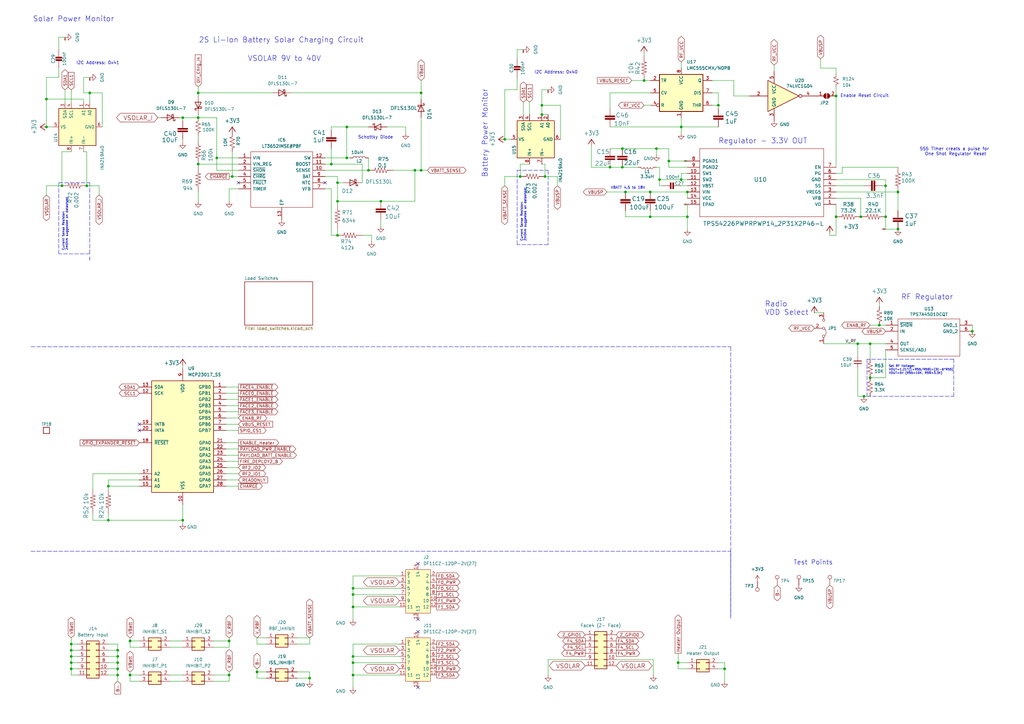
<source format=kicad_sch>
(kicad_sch (version 20250114) (generator "eeschema") (generator_version "9.0")
  (paper "A3")
  (text "I2C Address: 0x41" (at 40.132 25.908 0) (effects (font (size 1.27 1.27))))
  (text "Regulator - 3.3V OUT" (at 294.64 59.182 0) (effects (font (size 2.159 2.159)) (justify left bottom)))
  (text "I2C Address: 0x40" (at 228.092 29.718 0) (effects (font (size 1.27 1.27))))
  (text "555 Timer creats a pulse for \nOne Shot Regulator Reset" (at 391.922 62.23 0) (effects (font (size 1.27 1.27))))
  (text "Solar Power Monitor" (at 13.462 9.144 0) (effects (font (size 2.159 2.159)) (justify left bottom)))
  (text "Radio\nVDD Select" (at 313.69 129.54 0) (effects (font (size 2.159 2.159)) (justify left bottom)))
  (text "Current Sense Resistor:\n2mOhm suggested on datasheet\n" (at 215.9 99.06 90) (effects (font (size 0.889 0.889)) (justify left bottom)))
  (text "Set RF Voltage:\nVOUT=1.21*(1+R55/R59)+(3E-6*R55)\nVOUT=5V (R55=10K, R59=3.3K)\n" (at 364.49 153.67 0) (effects (font (size 0.889 0.889)) (justify left bottom)))
  (text "Battery Power Monitor" (at 200.152 72.898 90) (effects (font (size 2.159 2.159)) (justify left bottom)))
  (text "VBATT 4.5 to 18V" (at 250.444 77.724 0) (effects (font (size 1.0668 1.0668)) (justify left bottom)))
  (text "VSOLAR 9V to 40V" (at 101.6 25.4 0) (effects (font (size 2.159 2.159)) (justify left bottom)))
  (text "RF Regulator" (at 369.57 123.19 0) (effects (font (size 2.159 2.159)) (justify left bottom)))
  (text "Enable Reset Circuit" (at 354.584 39.37 0) (effects (font (size 1.27 1.27))))
  (text "2S Li-Ion Battery Solar Charging Circuit" (at 81.534 17.78 0) (effects (font (size 2.159 2.159)) (justify left bottom)))
  (text "Schottky Diode\n" (at 161.29 57.15 0) (effects (font (size 1.27 1.27)) (justify right bottom)))
  (text "Test Points" (at 325.374 231.902 0) (effects (font (size 1.905 1.905)) (justify left bottom)))
  (text "Current Sense Resistor:\n2mOhm suggested on datasheet\n" (at 27.94 102.87 90) (effects (font (size 0.889 0.889)) (justify left bottom)))
  (junction (at 29.21 271.78))
  (junction (at 93.98 276.86))
  (junction (at 279.4 52.07))
  (junction (at 48.26 276.86))
  (junction (at 35.56 76.2))
  (junction (at 29.21 264.16))
  (junction (at 256.54 78.74))
  (junction (at 351.79 140.97))
  (junction (at 81.28 67.31))
  (junction (at 398.78 135.89))
  (junction (at 279.4 73.66))
  (junction (at 44.45 213.36))
  (junction (at 127 278.13))
  (junction (at 25.4 76.2))
  (junction (at 142.24 64.77))
  (junction (at 144.78 276.86))
  (junction (at 250.19 68.58))
  (junction (at 356.87 140.97))
  (junction (at 353.06 88.9))
  (junction (at 53.34 276.86))
  (junction (at 281.94 78.74))
  (junction (at 142.24 52.07))
  (junction (at 222.25 46.99))
  (junction (at 360.68 133.35))
  (junction (at 135.89 67.31))
  (junction (at 156.21 82.55))
  (junction (at 223.52 72.39))
  (junction (at 93.98 262.89))
  (junction (at 342.9 88.9))
  (junction (at 170.18 69.85))
  (junction (at 368.3 78.74))
  (junction (at 48.26 274.32))
  (junction (at 74.93 48.26))
  (junction (at 95.25 72.39))
  (junction (at 29.21 269.24))
  (junction (at 363.22 88.9))
  (junction (at 342.9 39.37))
  (junction (at 19.05 40.64))
  (junction (at 36.83 38.1))
  (junction (at 138.43 96.52))
  (junction (at 264.16 33.02))
  (junction (at 222.25 43.18))
  (junction (at 255.27 68.58))
  (junction (at 172.72 69.85))
  (junction (at 144.78 269.24))
  (junction (at 88.9 64.77))
  (junction (at 144.78 271.78))
  (junction (at 363.22 76.2))
  (junction (at 29.21 274.32))
  (junction (at 297.18 274.32))
  (junction (at 144.78 241.3))
  (junction (at 53.34 262.89))
  (junction (at 48.26 266.7))
  (junction (at 138.43 74.93))
  (junction (at 255.27 60.96))
  (junction (at 294.64 43.18))
  (junction (at 270.51 73.66))
  (junction (at 266.7 78.74))
  (junction (at 278.13 271.78))
  (junction (at 44.45 199.39))
  (junction (at 266.7 88.9))
  (junction (at 81.28 48.26))
  (junction (at 274.32 66.04))
  (junction (at 354.33 162.56))
  (junction (at 207.01 57.15))
  (junction (at 144.78 243.84))
  (junction (at 368.3 93.98))
  (junction (at 172.72 38.1))
  (junction (at 356.87 154.94))
  (junction (at 29.21 266.7))
  (junction (at 48.26 271.78))
  (junction (at 281.94 88.9))
  (junction (at 213.36 72.39))
  (junction (at 74.93 213.36))
  (junction (at 81.28 38.1))
  (junction (at 105.41 275.59))
  (junction (at 269.24 60.96))
  (junction (at 19.05 52.07))
  (junction (at 144.78 248.92))
  (junction (at 151.13 69.85))
  (junction (at 138.43 82.55))
  (junction (at 48.26 269.24))
  (no_connect (at 171.45 254))
  (no_connect (at 57.15 176.53))
  (no_connect (at 133.35 74.93))
  (no_connect (at 171.45 281.94))
  (no_connect (at 171.45 231.14))
  (no_connect (at 97.79 74.93))
  (no_connect (at 171.45 259.08))
  (no_connect (at 57.15 173.99))
  (wire (pts (xy 255.27 68.58) (xy 261.62 68.58)))
  (wire (pts (xy 38.1 210.82) (xy 38.1 213.36)))
  (wire (pts (xy 278.13 271.78) (xy 278.13 274.32)))
  (wire (pts (xy 351.79 162.56) (xy 354.33 162.56)))
  (wire (pts (xy 66.04 48.26) (xy 64.77 48.26)))
  (wire (pts (xy 105.41 261.62) (xy 105.41 264.16)))
  (wire (pts (xy 35.56 76.2) (xy 35.56 62.23)))
  (wire (pts (xy 93.98 265.43) (xy 93.98 262.89)))
  (wire (pts (xy 48.26 269.24) (xy 48.26 271.78)))
  (wire (pts (xy 105.41 264.16) (xy 109.22 264.16)))
  (wire (pts (xy 19.05 52.07) (xy 21.59 52.07)))
  (wire (pts (xy 29.21 269.24) (xy 29.21 271.78)))
  (wire (pts (xy 279.4 25.4) (xy 279.4 27.94)))
  (wire (pts (xy 256.54 78.74) (xy 248.92 78.74)))
  (wire (pts (xy 223.52 67.31) (xy 222.25 67.31)))
  (wire (pts (xy 34.29 38.1) (xy 34.29 31.75)))
  (wire (pts (xy 279.4 52.07) (xy 279.4 48.26)))
  (wire (pts (xy 259.08 33.02) (xy 264.16 33.02)))
  (wire (pts (xy 29.21 271.78) (xy 31.75 271.78)))
  (wire (pts (xy 363.22 76.2) (xy 363.22 88.9)))
  (wire (pts (xy 29.21 266.7) (xy 29.21 269.24)))
  (wire (pts (xy 40.64 80.01) (xy 40.64 76.2)))
  (wire (pts (xy 274.32 66.04) (xy 274.32 68.58)))
  (wire (pts (xy 81.28 67.31) (xy 97.79 67.31)))
  (wire (pts (xy 105.41 278.13) (xy 109.22 278.13)))
  (wire (pts (xy 38.1 194.31) (xy 57.15 194.31)))
  (wire (pts (xy 170.18 69.85) (xy 161.29 69.85)))
  (wire (pts (xy 69.85 279.4) (xy 74.93 279.4)))
  (wire (pts (xy 138.43 96.52) (xy 135.89 96.52)))
  (wire (pts (xy 353.06 81.28) (xy 353.06 88.9)))
  (wire (pts (xy 25.4 76.2) (xy 19.05 76.2)))
  (wire (pts (xy 41.91 38.1) (xy 36.83 38.1)))
  (wire (pts (xy 44.45 264.16) (xy 48.26 264.16)))
  (wire (pts (xy 135.89 52.07) (xy 135.89 53.34)))
  (polyline (pts (xy 36.83 105.41) (xy 36.83 106.68)))
  (wire (pts (xy 250.19 52.07) (xy 279.4 52.07)))
  (wire (pts (xy 53.34 262.89) (xy 53.34 265.43)))
  (wire (pts (xy 351.79 146.05) (xy 351.79 140.97)))
  (wire (pts (xy 142.24 64.77) (xy 143.51 64.77)))
  (wire (pts (xy 292.1 38.1) (xy 294.64 38.1)))
  (wire (pts (xy 121.92 278.13) (xy 127 278.13)))
  (wire (pts (xy 212.09 20.32) (xy 212.09 24.13)))
  (wire (pts (xy 250.19 38.1) (xy 266.7 38.1)))
  (wire (pts (xy 105.41 274.32) (xy 105.41 275.59)))
  (wire (pts (xy 172.72 48.26) (xy 172.72 69.85)))
  (polyline (pts (xy 24.13 74.93) (xy 36.83 74.93)) (stroke (width 0) (type dash)))
  (wire (pts (xy 44.45 269.24) (xy 48.26 269.24)))
  (wire (pts (xy 95.25 62.23) (xy 95.25 72.39)))
  (wire (pts (xy 81.28 38.1) (xy 81.28 39.37)))
  (wire (pts (xy 92.71 176.53) (xy 97.79 176.53)))
  (wire (pts (xy 363.22 154.94) (xy 363.22 143.51)))
  (wire (pts (xy 368.3 68.58) (xy 345.44 68.58)))
  (wire (pts (xy 44.45 210.82) (xy 44.45 213.36)))
  (wire (pts (xy 74.93 48.26) (xy 81.28 48.26)))
  (wire (pts (xy 92.71 199.39) (xy 97.79 199.39)))
  (wire (pts (xy 281.94 81.28) (xy 281.94 78.74)))
  (wire (pts (xy 48.26 264.16) (xy 48.26 266.7)))
  (wire (pts (xy 223.52 72.39) (xy 228.6 72.39)))
  (wire (pts (xy 26.67 15.24) (xy 24.13 15.24)))
  (wire (pts (xy 270.51 73.66) (xy 279.4 73.66)))
  (wire (pts (xy 36.83 38.1) (xy 34.29 38.1)))
  (wire (pts (xy 156.21 82.55) (xy 170.18 82.55)))
  (wire (pts (xy 207.01 57.15) (xy 209.55 57.15)))
  (wire (pts (xy 74.93 57.15) (xy 74.93 58.42)))
  (wire (pts (xy 88.9 69.85) (xy 97.79 69.85)))
  (wire (pts (xy 156.21 90.17) (xy 156.21 92.71)))
  (wire (pts (xy 337.82 140.97) (xy 351.79 140.97)))
  (wire (pts (xy 144.78 243.84) (xy 144.78 248.92)))
  (wire (pts (xy 48.26 276.86) (xy 48.26 279.4)))
  (wire (pts (xy 222.25 46.99) (xy 224.79 46.99)))
  (wire (pts (xy 74.93 214.63) (xy 74.93 213.36)))
  (wire (pts (xy 217.17 46.99) (xy 217.17 41.91)))
  (wire (pts (xy 144.78 276.86) (xy 163.83 276.86)))
  (wire (pts (xy 53.34 275.59) (xy 53.34 276.86)))
  (wire (pts (xy 93.98 72.39) (xy 95.25 72.39)))
  (polyline (pts (xy 391.16 162.56) (xy 391.16 147.32)) (stroke (width 0) (type dash)))
  (wire (pts (xy 148.59 67.31) (xy 148.59 74.93)))
  (wire (pts (xy 93.98 275.59) (xy 93.98 276.86)))
  (wire (pts (xy 138.43 82.55) (xy 138.43 83.82)))
  (wire (pts (xy 363.22 73.66) (xy 363.22 76.2)))
  (polyline (pts (xy 12.7 142.24) (xy 299.72 142.24)) (stroke (width 0) (type dash)))
  (wire (pts (xy 26.67 41.91) (xy 26.67 36.83)))
  (wire (pts (xy 279.4 54.61) (xy 279.4 52.07)))
  (polyline (pts (xy 224.79 100.33) (xy 212.09 100.33)) (stroke (width 0) (type dash)))
  (polyline (pts (xy 299.72 142.24) (xy 299.72 254)) (stroke (width 0) (type dash)))
  (wire (pts (xy 93.98 261.62) (xy 93.98 262.89)))
  (wire (pts (xy 144.78 243.84) (xy 163.83 243.84)))
  (wire (pts (xy 342.9 78.74) (xy 368.3 78.74)))
  (wire (pts (xy 163.83 236.22) (xy 144.78 236.22)))
  (wire (pts (xy 266.7 88.9) (xy 281.94 88.9)))
  (wire (pts (xy 336.55 27.94) (xy 336.55 24.13)))
  (polyline (pts (xy 212.09 69.85) (xy 224.79 69.85)) (stroke (width 0) (type dash)))
  (wire (pts (xy 135.89 96.52) (xy 135.89 77.47)))
  (wire (pts (xy 133.35 64.77) (xy 142.24 64.77)))
  (wire (pts (xy 48.26 274.32) (xy 48.26 276.86)))
  (wire (pts (xy 281.94 88.9) (xy 281.94 93.98)))
  (wire (pts (xy 34.29 41.91) (xy 34.29 40.64)))
  (wire (pts (xy 144.78 269.24) (xy 144.78 271.78)))
  (wire (pts (xy 229.87 43.18) (xy 222.25 43.18)))
  (wire (pts (xy 97.79 72.39) (xy 95.25 72.39)))
  (wire (pts (xy 138.43 74.93) (xy 138.43 82.55)))
  (wire (pts (xy 240.03 270.51) (xy 224.79 270.51)))
  (wire (pts (xy 264.16 33.02) (xy 266.7 33.02)))
  (wire (pts (xy 345.44 68.58) (xy 345.44 71.12)))
  (wire (pts (xy 360.68 124.46) (xy 360.68 125.73)))
  (wire (pts (xy 269.24 60.96) (xy 274.32 60.96)))
  (wire (pts (xy 133.35 72.39) (xy 138.43 72.39)))
  (wire (pts (xy 81.28 35.56) (xy 81.28 38.1)))
  (wire (pts (xy 340.36 96.52) (xy 340.36 95.25)))
  (wire (pts (xy 69.85 262.89) (xy 74.93 262.89)))
  (wire (pts (xy 53.34 261.62) (xy 53.34 262.89)))
  (wire (pts (xy 342.9 88.9) (xy 342.9 96.52)))
  (wire (pts (xy 213.36 72.39) (xy 213.36 67.31)))
  (wire (pts (xy 242.57 59.69) (xy 242.57 68.58)))
  (wire (pts (xy 278.13 267.97) (xy 278.13 271.78)))
  (wire (pts (xy 53.34 279.4) (xy 57.15 279.4)))
  (wire (pts (xy 266.7 88.9) (xy 266.7 86.36)))
  (wire (pts (xy 74.93 49.53) (xy 74.93 48.26)))
  (wire (pts (xy 121.92 275.59) (xy 127 275.59)))
  (wire (pts (xy 127 261.62) (xy 127 264.16)))
  (wire (pts (xy 172.72 69.85) (xy 175.26 69.85)))
  (wire (pts (xy 73.66 48.26) (xy 74.93 48.26)))
  (wire (pts (xy 29.21 41.91) (xy 29.21 36.83)))
  (wire (pts (xy 158.75 52.07) (xy 166.37 52.07)))
  (wire (pts (xy 29.21 269.24) (xy 31.75 269.24)))
  (wire (pts (xy 363.22 93.98) (xy 363.22 88.9)))
  (wire (pts (xy 172.72 33.02) (xy 172.72 38.1)))
  (wire (pts (xy 92.71 184.15) (xy 97.79 184.15)))
  (wire (pts (xy 148.59 96.52) (xy 152.4 96.52)))
  (wire (pts (xy 127 278.13) (xy 127 279.4)))
  (wire (pts (xy 135.89 77.47) (xy 133.35 77.47)))
  (wire (pts (xy 224.79 270.51) (xy 224.79 276.86)))
  (wire (pts (xy 138.43 82.55) (xy 156.21 82.55)))
  (wire (pts (xy 292.1 33.02) (xy 300.99 33.02)))
  (wire (pts (xy 342.9 76.2) (xy 354.33 76.2)))
  (wire (pts (xy 44.45 213.36) (xy 74.93 213.36)))
  (wire (pts (xy 264.16 43.18) (xy 266.7 43.18)))
  (wire (pts (xy 269.24 68.58) (xy 270.51 68.58)))
  (wire (pts (xy 81.28 67.31) (xy 81.28 68.58)))
  (wire (pts (xy 212.09 31.75) (xy 212.09 36.83)))
  (wire (pts (xy 57.15 199.39) (xy 44.45 199.39)))
  (wire (pts (xy 342.9 73.66) (xy 363.22 73.66)))
  (wire (pts (xy 354.33 162.56) (xy 356.87 162.56)))
  (wire (pts (xy 279.4 52.07) (xy 294.64 52.07)))
  (wire (pts (xy 69.85 265.43) (xy 74.93 265.43)))
  (wire (pts (xy 294.64 271.78) (xy 297.18 271.78)))
  (wire (pts (xy 223.52 72.39) (xy 223.52 67.31)))
  (wire (pts (xy 170.18 69.85) (xy 172.72 69.85)))
  (wire (pts (xy 97.79 77.47) (xy 93.98 77.47)))
  (wire (pts (xy 144.78 241.3) (xy 144.78 243.84)))
  (wire (pts (xy 342.9 83.82) (xy 342.9 88.9)))
  (wire (pts (xy 361.95 76.2) (xy 363.22 76.2)))
  (wire (pts (xy 35.56 62.23) (xy 34.29 62.23)))
  (wire (pts (xy 138.43 72.39) (xy 138.43 74.93)))
  (wire (pts (xy 229.87 57.15) (xy 229.87 43.18)))
  (wire (pts (xy 135.89 67.31) (xy 133.35 67.31)))
  (polyline (pts (xy 24.13 104.14) (xy 24.13 74.93)) (stroke (width 0) (type dash)))
  (polyline (pts (xy 355.6 147.32) (xy 355.6 162.56)) (stroke (width 0) (type dash)))
  (wire (pts (xy 92.71 194.31) (xy 97.79 194.31)))
  (wire (pts (xy 294.64 274.32) (xy 297.18 274.32)))
  (wire (pts (xy 97.79 163.83) (xy 92.71 163.83)))
  (wire (pts (xy 252.73 270.51) (xy 267.97 270.51)))
  (wire (pts (xy 214.63 20.32) (xy 212.09 20.32)))
  (wire (pts (xy 133.35 69.85) (xy 151.13 69.85)))
  (wire (pts (xy 274.32 68.58) (xy 281.94 68.58)))
  (wire (pts (xy 19.05 80.01) (xy 19.05 76.2)))
  (wire (pts (xy 317.5 26.67) (xy 317.5 29.21)))
  (wire (pts (xy 342.9 96.52) (xy 340.36 96.52)))
  (polyline (pts (xy 224.79 69.85) (xy 224.79 100.33)) (stroke (width 0) (type dash)))
  (polyline (pts (xy 391.16 147.32) (xy 355.6 147.32)) (stroke (width 0) (type dash)))
  (wire (pts (xy 342.9 39.37) (xy 342.9 68.58)))
  (wire (pts (xy 151.13 64.77) (xy 151.13 69.85)))
  (wire (pts (xy 135.89 60.96) (xy 135.89 67.31)))
  (wire (pts (xy 44.45 266.7) (xy 48.26 266.7)))
  (wire (pts (xy 250.19 68.58) (xy 255.27 68.58)))
  (wire (pts (xy 170.18 82.55) (xy 170.18 69.85)))
  (wire (pts (xy 121.92 261.62) (xy 127 261.62)))
  (wire (pts (xy 81.28 46.99) (xy 81.28 48.26)))
  (wire (pts (xy 152.4 96.52) (xy 152.4 99.06)))
  (wire (pts (xy 97.79 168.91) (xy 92.71 168.91)))
  (wire (pts (xy 105.41 261.62) (xy 109.22 261.62)))
  (wire (pts (xy 25.4 76.2) (xy 25.4 62.23)))
  (wire (pts (xy 92.71 189.23) (xy 97.79 189.23)))
  (wire (pts (xy 368.3 78.74) (xy 368.3 86.36)))
  (wire (pts (xy 138.43 93.98) (xy 138.43 96.52)))
  (wire (pts (xy 31.75 274.32) (xy 29.21 274.32)))
  (wire (pts (xy 92.71 196.85) (xy 97.79 196.85)))
  (wire (pts (xy 142.24 64.77) (xy 142.24 52.07)))
  (wire (pts (xy 24.13 31.75) (xy 19.05 31.75)))
  (wire (pts (xy 93.98 77.47) (xy 93.98 82.55)))
  (wire (pts (xy 163.83 241.3) (xy 144.78 241.3)))
  (wire (pts (xy 97.79 158.75) (xy 92.71 158.75)))
  (wire (pts (xy 88.9 64.77) (xy 97.79 64.77)))
  (wire (pts (xy 363.22 93.98) (xy 368.3 93.98)))
  (wire (pts (xy 19.05 52.07) (xy 19.05 40.64)))
  (wire (pts (xy 81.28 38.1) (xy 111.76 38.1)))
  (wire (pts (xy 53.34 262.89) (xy 57.15 262.89)))
  (wire (pts (xy 250.19 44.45) (xy 250.19 38.1)))
  (wire (pts (xy 300.99 39.37) (xy 307.34 39.37)))
  (polyline (pts (xy 36.83 105.41) (xy 36.83 106.68)))
  (wire (pts (xy 87.63 265.43) (xy 93.98 265.43)))
  (wire (pts (xy 342.9 35.56) (xy 342.9 39.37)))
  (wire (pts (xy 74.93 149.86) (xy 74.93 151.13)))
  (wire (pts (xy 242.57 68.58) (xy 250.19 68.58)))
  (wire (pts (xy 38.1 200.66) (xy 38.1 194.31)))
  (wire (pts (xy 334.01 128.27) (xy 337.82 128.27)))
  (wire (pts (xy 163.83 264.16) (xy 144.78 264.16)))
  (wire (pts (xy 25.4 62.23) (xy 29.21 62.23)))
  (wire (pts (xy 93.98 262.89) (xy 87.63 262.89)))
  (wire (pts (xy 44.45 199.39) (xy 44.45 200.66)))
  (wire (pts (xy 36.83 31.75) (xy 34.29 31.75)))
  (wire (pts (xy 53.34 276.86) (xy 53.34 279.4)))
  (wire (pts (xy 356.87 147.32) (xy 356.87 140.97)))
  (wire (pts (xy 48.26 271.78) (xy 48.26 274.32)))
  (wire (pts (xy 74.93 213.36) (xy 74.93 207.01)))
  (wire (pts (xy 266.7 78.74) (xy 281.94 78.74)))
  (wire (pts (xy 36.83 41.91) (xy 36.83 38.1)))
  (wire (pts (xy 222.25 43.18) (xy 222.25 36.83)))
  (wire (pts (xy 297.18 271.78) (xy 297.18 274.32)))
  (wire (pts (xy 351.79 151.13) (xy 351.79 162.56)))
  (wire (pts (xy 356.87 140.97) (xy 363.22 140.97)))
  (wire (pts (xy 87.63 279.4) (xy 93.98 279.4)))
  (polyline (pts (xy 36.83 104.14) (xy 24.13 104.14)) (stroke (width 0) (type dash)))
  (wire (pts (xy 97.79 171.45) (xy 92.71 171.45)))
  (wire (pts (xy 35.56 76.2) (xy 40.64 76.2)))
  (wire (pts (xy 213.36 67.31) (xy 217.17 67.31)))
  (wire (pts (xy 44.45 271.78) (xy 48.26 271.78)))
  (wire (pts (xy 81.28 48.26) (xy 88.9 48.26)))
  (wire (pts (xy 29.21 266.7) (xy 31.75 266.7)))
  (wire (pts (xy 356.87 133.35) (xy 360.68 133.35)))
  (wire (pts (xy 44.45 196.85) (xy 44.45 199.39)))
  (wire (pts (xy 278.13 271.78) (xy 281.94 271.78)))
  (wire (pts (xy 24.13 15.24) (xy 24.13 20.32)))
  (wire (pts (xy 29.21 264.16) (xy 31.75 264.16)))
  (wire (pts (xy 81.28 78.74) (xy 81.28 82.55)))
  (wire (pts (xy 105.41 275.59) (xy 105.41 278.13)))
  (wire (pts (xy 300.99 33.02) (xy 300.99 39.37)))
  (wire (pts (xy 97.79 166.37) (xy 92.71 166.37)))
  (polyline (pts (xy 36.83 74.93) (xy 36.83 104.14)) (stroke (width 0) (type dash)))
  (wire (pts (xy 279.4 73.66) (xy 279.4 71.12)))
  (wire (pts (xy 255.27 60.96) (xy 269.24 60.96)))
  (wire (pts (xy 142.24 52.07) (xy 151.13 52.07)))
  (wire (pts (xy 144.78 271.78) (xy 144.78 276.86)))
  (wire (pts (xy 294.64 38.1) (xy 294.64 43.18)))
  (wire (pts (xy 270.51 76.2) (xy 270.51 73.66)))
  (wire (pts (xy 138.43 74.93) (xy 140.97 74.93)))
  (wire (pts (xy 250.19 60.96) (xy 255.27 60.96)))
  (wire (pts (xy 127 275.59) (xy 127 278.13)))
  (wire (pts (xy 278.13 274.32) (xy 281.94 274.32)))
  (wire (pts (xy 294.64 43.18) (xy 294.64 44.45)))
  (wire (pts (xy 270.51 73.66) (xy 270.51 68.58)))
  (wire (pts (xy 29.21 274.32) (xy 29.21 271.78)))
  (wire (pts (xy 269.24 63.5) (xy 269.24 60.96)))
  (wire (pts (xy 256.54 88.9) (xy 266.7 88.9)))
  (wire (pts (xy 270.51 76.2) (xy 271.78 76.2)))
  (polyline (pts (xy 299.72 226.06) (xy 299.72 252.73)))
  (wire (pts (xy 214.63 46.99) (xy 214.63 41.91)))
  (wire (pts (xy 105.41 275.59) (xy 109.22 275.59)))
  (wire (pts (xy 53.34 265.43) (xy 57.15 265.43)))
  (wire (pts (xy 97.79 161.29) (xy 92.71 161.29)))
  (wire (pts (xy 29.21 276.86) (xy 29.21 274.32)))
  (wire (pts (xy 121.92 264.16) (xy 127 264.16)))
  (wire (pts (xy 279.4 76.2) (xy 281.94 76.2)))
  (wire (pts (xy 267.97 270.51) (xy 267.97 276.86)))
  (wire (pts (xy 29.21 261.62) (xy 29.21 264.16)))
  (polyline (pts (xy 12.7 226.06) (xy 299.72 226.06)) (stroke (width 0) (type dash)))
  (wire (pts (xy 274.32 60.96) (xy 274.32 66.04)))
  (wire (pts (xy 31.75 276.86) (xy 29.21 276.86)))
  (wire (pts (xy 44.45 276.86) (xy 48.26 276.86)))
  (wire (pts (xy 342.9 27.94) (xy 336.55 27.94)))
  (wire (pts (xy 29.21 264.16) (xy 29.21 266.7)))
  (wire (pts (xy 88.9 48.26) (xy 88.9 64.77)))
  (wire (pts (xy 281.94 66.04) (xy 274.32 66.04)))
  (wire (pts (xy 144.78 248.92) (xy 163.83 248.92)))
  (wire (pts (xy 228.6 76.2) (xy 228.6 72.39)))
  (wire (pts (xy 97.79 181.61) (xy 92.71 181.61)))
  (wire (pts (xy 207.01 57.15) (xy 207.01 36.83)))
  (wire (pts (xy 24.13 27.94) (xy 24.13 31.75)))
  (wire (pts (xy 281.94 71.12) (xy 279.4 71.12)))
  (wire (pts (xy 292.1 43.18) (xy 294.64 43.18)))
  (wire (pts (xy 69.85 276.86) (xy 74.93 276.86)))
  (wire (pts (xy 38.1 213.36) (xy 44.45 213.36)))
  (wire (pts (xy 93.98 276.86) (xy 87.63 276.86)))
  (wire (pts (xy 148.59 67.31) (xy 135.89 67.31)))
  (wire (pts (xy 53.34 276.86) (xy 57.15 276.86)))
  (wire (pts (xy 345.44 71.12) (xy 342.9 71.12)))
  (wire (pts (xy 144.78 248.92) (xy 144.78 254)))
  (wire (pts (xy 144.78 236.22) (xy 144.78 241.3)))
  (wire (pts (xy 88.9 64.77) (xy 88.9 69.85)))
  (wire (pts (xy 264.16 21.59) (xy 264.16 22.86)))
  (wire (pts (xy 212.09 36.83) (xy 207.01 36.83)))
  (wire (pts (xy 360.68 133.35) (xy 363.22 133.35)))
  (wire (pts (xy 224.79 36.83) (xy 222.25 36.83)))
  (wire (pts (xy 256.54 88.9) (xy 256.54 86.36)))
  (wire (pts (xy 48.26 266.7) (xy 48.26 269.24)))
  (wire (pts (xy 97.79 173.99) (xy 92.71 173.99)))
  (wire (pts (xy 207.01 76.2) (xy 207.01 72.39)))
  (wire (pts (xy 34.29 40.64) (xy 19.05 40.64)))
  (wire (pts (xy 281.94 73.66) (xy 279.4 73.66)))
  (wire (pts (xy 213.36 72.39) (xy 207.01 72.39)))
  (wire (pts (xy 119.38 38.1) (xy 172.72 38.1)))
  (wire (pts (xy 92.71 186.69) (xy 97.79 186.69)))
  (wire (pts (xy 356.87 154.94) (xy 363.22 154.94)))
  (wire (pts (xy 44.45 274.32) (xy 48.26 274.32)))
  (wire (pts (xy 256.54 78.74) (xy 266.7 78.74)))
  (wire (pts (xy 342.9 27.94) (xy 342.9 30.48)))
  (wire (pts (xy 163.83 269.24) (xy 144.78 269.24)))
  (wire (pts (xy 81.28 55.88) (xy 81.28 57.15)))
  (polyline (pts (xy 355.6 162.56) (xy 391.16 162.56)) (stroke (width 0) (type dash)))
  (wire (pts (xy 342.9 81.28) (xy 353.06 81.28)))
  (wire (pts (xy 144.78 276.86) (xy 144.78 281.94)))
  (polyline (pts (xy 212.09 100.33) (xy 212.09 69.85)) (stroke (width 0) (type dash)))
  (wire (pts (xy 19.05 40.64) (xy 19.05 31.75)))
  (wire (pts (xy 41.91 52.07) (xy 41.91 38.1)))
  (wire (pts (xy 297.18 274.32) (xy 297.18 279.4)))
  (wire (pts (xy 172.72 38.1) (xy 172.72 40.64)))
  (wire (pts (xy 351.79 140.97) (xy 356.87 140.97)))
  (wire (pts (xy 57.15 196.85) (xy 44.45 196.85)))
  (wire (pts (xy 92.71 191.77) (xy 97.79 191.77)))
  (wire (pts (xy 93.98 279.4) (xy 93.98 276.86)))
  (wire (pts (xy 166.37 52.07) (xy 166.37 54.61)))
  (wire (pts (xy 144.78 271.78) (xy 163.83 271.78)))
  (wire (pts (xy 398.78 135.89) (xy 398.78 133.35)))
  (wire (pts (xy 281.94 83.82) (xy 281.94 88.9)))
  (wire (pts (xy 142.24 52.07) (xy 135.89 52.07)))
  (wire (pts (xy 222.25 46.99) (xy 222.25 43.18)))
  (wire (pts (xy 144.78 264.16) (xy 144.78 269.24)))
  (label "V_RF" (at 346.71 140.97 0))
  (global_label "VBatt" (shape bidirectional) (at 172.72 33.02 90) (property "Intersheetrefs" "${INTERSHEET_REFS}" (effects (hide yes))))
  (global_label "Heater Output" (shape output) (at 278.13 267.97 90) (property "Intersheetrefs" "${INTERSHEET_REFS}" (effects (hide yes))))
  (global_label "Dir_Chrg_In" (shape input) (at 81.28 35.56 90) (property "Intersheetrefs" "${INTERSHEET_REFS}" (effects (hide yes))))
  (global_label "VBUSP" (shape bidirectional) (at 340.36 240.03 270) (property "Intersheetrefs" "${INTERSHEET_REFS}" (effects (hide yes))))
  (global_label "~{FACE2_ENABLE}" (shape output) (at 97.79 166.37 0) (property "Intersheetrefs" "${INTERSHEET_REFS}" (effects (hide yes))))
  (global_label "~{CHARGE}" (shape output) (at 97.79 199.39 0) (property "Intersheetrefs" "${INTERSHEET_REFS}" (effects (hide yes))))
  (global_label "VSOLAR" (shape bidirectional) (at 163.83 274.32 180) (effects (font (size 1.778 1.778))) (property "Intersheetrefs" "${INTERSHEET_REFS}" (effects (hide yes))))
  (global_label "V_RBF" (shape bidirectional) (at 93.98 261.62 90) (property "Intersheetrefs" "${INTERSHEET_REFS}" (effects (hide yes))))
  (global_label "Z_GPIO1" (shape bidirectional) (at 240.03 260.35 180) (property "Intersheetrefs" "${INTERSHEET_REFS}" (effects (hide yes))))
  (global_label "GND" (shape bidirectional) (at 281.94 83.82 180) (effects (font (size 0.254 0.254))) (property "Intersheetrefs" "${INTERSHEET_REFS}" (effects (hide yes))))
  (global_label "SDA1" (shape bidirectional) (at 26.67 36.83 90) (property "Intersheetrefs" "${INTERSHEET_REFS}" (effects (hide yes))))
  (global_label "F2_SDA" (shape output) (at 179.07 264.16 0) (property "Intersheetrefs" "${INTERSHEET_REFS}" (effects (hide yes))))
  (global_label "F4_SCL" (shape output) (at 240.03 265.43 180) (property "Intersheetrefs" "${INTERSHEET_REFS}" (effects (hide yes))))
  (global_label "RF2_IO1" (shape bidirectional) (at 97.79 194.31 0) (property "Intersheetrefs" "${INTERSHEET_REFS}" (effects (hide yes))))
  (global_label "F3_SDA" (shape output) (at 179.07 276.86 0) (property "Intersheetrefs" "${INTERSHEET_REFS}" (effects (hide yes))))
  (global_label "Z_GPIO0" (shape bidirectional) (at 252.73 260.35 0) (property "Intersheetrefs" "${INTERSHEET_REFS}" (effects (hide yes))))
  (global_label "F0_SDA" (shape output) (at 179.07 236.22 0) (property "Intersheetrefs" "${INTERSHEET_REFS}" (effects (hide yes))))
  (global_label "VBUSP" (shape bidirectional) (at 336.55 24.13 90) (property "Intersheetrefs" "${INTERSHEET_REFS}" (effects (hide yes))))
  (global_label "F4_SCL" (shape output) (at 252.73 265.43 0) (property "Intersheetrefs" "${INTERSHEET_REFS}" (effects (hide yes))))
  (global_label "F3_SCL" (shape output) (at 179.07 271.78 0) (property "Intersheetrefs" "${INTERSHEET_REFS}" (effects (hide yes))))
  (global_label "SCL1" (shape input) (at 29.21 36.83 90) (property "Intersheetrefs" "${INTERSHEET_REFS}" (effects (hide yes))))
  (global_label "F4_SDA" (shape output) (at 252.73 262.89 0) (property "Intersheetrefs" "${INTERSHEET_REFS}" (effects (hide yes))))
  (global_label "B-" (shape input) (at 48.26 279.4 270) (property "Intersheetrefs" "${INTERSHEET_REFS}" (effects (hide yes))))
  (global_label "GND" (shape bidirectional) (at 36.83 31.75 270) (effects (font (size 0.254 0.254))) (property "Intersheetrefs" "${INTERSHEET_REFS}" (effects (hide yes))))
  (global_label "RF_VCC" (shape bidirectional) (at 334.01 134.62 180) (property "Intersheetrefs" "${INTERSHEET_REFS}" (effects (hide yes))))
  (global_label "VBUS_RESET" (shape input) (at 259.08 33.02 180) (property "Intersheetrefs" "${INTERSHEET_REFS}" (effects (hide yes))))
  (global_label "SCL1" (shape input) (at 217.17 41.91 90) (property "Intersheetrefs" "${INTERSHEET_REFS}" (effects (hide yes))))
  (global_label "F3_PWR" (shape output) (at 179.07 274.32 0) (property "Intersheetrefs" "${INTERSHEET_REFS}" (effects (hide yes))))
  (global_label "VSOLAR" (shape bidirectional) (at 163.83 266.7 180) (effects (font (size 1.778 1.778))) (property "Intersheetrefs" "${INTERSHEET_REFS}" (effects (hide yes))))
  (global_label "~{GPIO_EXPANDER_RESET}" (shape input) (at 57.15 181.61 180) (property "Intersheetrefs" "${INTERSHEET_REFS}" (effects (hide yes))))
  (global_label "VBATT_SENSE" (shape bidirectional) (at 127 261.62 90) (property "Intersheetrefs" "${INTERSHEET_REFS}" (effects (hide yes))))
  (global_label "V_RBF" (shape bidirectional) (at 105.41 261.62 90) (property "Intersheetrefs" "${INTERSHEET_REFS}" (effects (hide yes))))
  (global_label "SPI0_CS1" (shape output) (at 97.79 176.53 0) (property "Intersheetrefs" "${INTERSHEET_REFS}" (effects (hide yes))))
  (global_label "~{PAYLOAD_PWR_ENABLE}" (shape output) (at 97.79 184.15 0) (property "Intersheetrefs" "${INTERSHEET_REFS}" (effects (hide yes))))
  (global_label "VSOLAR" (shape bidirectional) (at 240.03 273.05 180) (effects (font (size 1.778 1.778))) (property "Intersheetrefs" "${INTERSHEET_REFS}" (effects (hide yes))))
  (global_label "F0_SCL" (shape output) (at 179.07 241.3 0) (property "Intersheetrefs" "${INTERSHEET_REFS}" (effects (hide yes))))
  (global_label "VBUS_RESET" (shape input) (at 97.79 173.99 0) (property "Intersheetrefs" "${INTERSHEET_REFS}" (effects (hide yes))))
  (global_label "SDA1" (shape bidirectional) (at 214.63 41.91 90) (property "Intersheetrefs" "${INTERSHEET_REFS}" (effects (hide yes))))
  (global_label "~{FACE3_ENABLE}" (shape output) (at 97.79 168.91 0) (property "Intersheetrefs" "${INTERSHEET_REFS}" (effects (hide yes))))
  (global_label "VSOLAR" (shape bidirectional) (at 19.05 80.01 270) (property "Intersheetrefs" "${INTERSHEET_REFS}" (effects (hide yes))))
  (global_label "GND" (shape bidirectional) (at 281.94 66.04 180) (effects (font (size 0.254 0.254))) (property "Intersheetrefs" "${INTERSHEET_REFS}" (effects (hide yes))))
  (global_label "ENAB_RF" (shape bidirectional) (at 356.87 133.35 180) (property "Intersheetrefs" "${INTERSHEET_REFS}" (effects (hide yes))))
  (global_label "V_RBF" (shape bidirectional) (at 93.98 275.59 90) (property "Intersheetrefs" "${INTERSHEET_REFS}" (effects (hide yes))))
  (global_label "~{FACE1_ENABLE}" (shape output) (at 97.79 163.83 0) (property "Intersheetrefs" "${INTERSHEET_REFS}" (effects (hide yes))))
  (global_label "VBATT_SENSE" (shape bidirectional) (at 207.01 76.2 270) (property "Intersheetrefs" "${INTERSHEET_REFS}" (effects (hide yes))))
  (global_label "SDA1" (shape bidirectional) (at 57.15 158.75 180) (property "Intersheetrefs" "${INTERSHEET_REFS}" (effects (hide yes))))
  (global_label "SCL1" (shape bidirectional) (at 57.15 161.29 180) (property "Intersheetrefs" "${INTERSHEET_REFS}" (effects (hide yes))))
  (global_label "F2_SCL" (shape output) (at 179.07 269.24 0) (property "Intersheetrefs" "${INTERSHEET_REFS}" (effects (hide yes))))
  (global_label "GND" (shape bidirectional) (at 214.63 20.32 270) (effects (font (size 0.254 0.254))) (property "Intersheetrefs" "${INTERSHEET_REFS}" (effects (hide yes))))
  (global_label "B-" (shape bidirectional) (at 318.77 240.03 270) (property "Intersheetrefs" "${INTERSHEET_REFS}" (effects (hide yes))))
  (global_label "F4_SDA" (shape output) (at 240.03 262.89 180) (property "Intersheetrefs" "${INTERSHEET_REFS}" (effects (hide yes))))
  (global_label "VSOLAR_I" (shape bidirectional) (at 40.64 80.01 270) (property "Intersheetrefs" "${INTERSHEET_REFS}" (effects (hide yes))))
  (global_label "GND" (shape bidirectional) (at 26.67 15.24 270) (effects (font (size 0.254 0.254))) (property "Intersheetrefs" "${INTERSHEET_REFS}" (effects (hide yes))))
  (global_label "VSOLAR_I" (shape bidirectional) (at 64.77 48.26 180) (effects (font (size 1.778 1.778))) (property "Intersheetrefs" "${INTERSHEET_REFS}" (effects (hide yes))))
  (global_label "F1_SDA" (shape output) (at 179.07 248.92 0) (property "Intersheetrefs" "${INTERSHEET_REFS}" (effects (hide yes))))
  (global_label "VBatt" (shape bidirectional) (at 29.21 261.62 90) (property "Intersheetrefs" "${INTERSHEET_REFS}" (effects (hide yes))))
  (global_label "ENABLE_Heater" (shape output) (at 97.79 181.61 0) (property "Intersheetrefs" "${INTERSHEET_REFS}" (effects (hide yes))))
  (global_label "F4_PWR" (shape output) (at 240.03 267.97 180) (property "Intersheetrefs" "${INTERSHEET_REFS}" (effects (hide yes))))
  (global_label "VBATT_SENSE" (shape bidirectional) (at 175.26 69.85 0) (property "Intersheetrefs" "${INTERSHEET_REFS}" (effects (hide yes))))
  (global_label "FIRE_DEPLOY2_B" (shape output) (at 97.79 189.23 0) (property "Intersheetrefs" "${INTERSHEET_REFS}" (effects (hide yes))))
  (global_label "RF2_IO2" (shape bidirectional) (at 97.79 191.77 0) (property "Intersheetrefs" "${INTERSHEET_REFS}" (effects (hide yes))))
  (global_label "~{FACE4_ENABLE}" (shape output) (at 97.79 158.75 0) (property "Intersheetrefs" "${INTERSHEET_REFS}" (effects (hide yes))))
  (global_label "PAYLOAD_BATT_ENABLE" (shape output) (at 97.79 186.69 0) (property "Intersheetrefs" "${INTERSHEET_REFS}" (effects (hide yes))))
  (global_label "VBatt" (shape bidirectional) (at 53.34 275.59 90) (property "Intersheetrefs" "${INTERSHEET_REFS}" (effects (hide yes))))
  (global_label "VBatt" (shape bidirectional) (at 53.34 261.62 90) (property "Intersheetrefs" "${INTERSHEET_REFS}" (effects (hide yes))))
  (global_label "GND" (shape bidirectional) (at 224.79 36.83 270) (effects (font (size 0.254 0.254))) (property "Intersheetrefs" "${INTERSHEET_REFS}" (effects (hide yes))))
  (global_label "RF_VCC" (shape bidirectional) (at 264.16 43.18 180) (property "Intersheetrefs" "${INTERSHEET_REFS}" (effects (hide yes))))
  (global_label "~{CHARGE}" (shape output) (at 93.98 72.39 180) (property "Intersheetrefs" "${INTERSHEET_REFS}" (effects (hide yes))))
  (global_label "F0_PWR" (shape output) (at 179.07 238.76 0) (property "Intersheetrefs" "${INTERSHEET_REFS}" (effects (hide yes))))
  (global_label "F1_SCL" (shape output) (at 179.07 243.84 0) (property "Intersheetrefs" "${INTERSHEET_REFS}" (effects (hide yes))))
  (global_label "VBUSP" (shape bidirectional) (at 363.22 135.89 180) (property "Intersheetrefs" "${INTERSHEET_REFS}" (effects (hide yes))))
  (global_label "GND" (shape bidirectional) (at 363.22 93.98 180) (effects (font (size 0.254 0.254))) (property "Intersheetrefs" "${INTERSHEET_REFS}" (effects (hide yes))))
  (global_label "RF_VCC" (shape bidirectional) (at 279.4 25.4 90) (property "Intersheetrefs" "${INTERSHEET_REFS}" (effects (hide yes))))
  (global_label "READONLY" (shape input) (at 97.79 196.85 0) (property "Intersheetrefs" "${INTERSHEET_REFS}" (effects (hide yes))))
  (global_label "RF_VCC" (shape bidirectional) (at 317.5 26.67 90) (property "Intersheetrefs" "${INTERSHEET_REFS}" (effects (hide yes))))
  (global_label "VSOLAR" (shape bidirectional) (at 163.83 238.76 180) (effects (font (size 1.778 1.778))) (property "Intersheetrefs" "${INTERSHEET_REFS}" (effects (hide yes))))
  (global_label "F4_PWR" (shape output) (at 252.73 267.97 0) (property "Intersheetrefs" "${INTERSHEET_REFS}" (effects (hide yes))))
  (global_label "F1_PWR" (shape output) (at 179.07 246.38 0) (property "Intersheetrefs" "${INTERSHEET_REFS}" (effects (hide yes))))
  (global_label "VSOLAR" (shape bidirectional) (at 163.83 246.38 180) (effects (font (size 1.778 1.778))) (property "Intersheetrefs" "${INTERSHEET_REFS}" (effects (hide yes))))
  (global_label "B-" (shape bidirectional) (at 105.41 274.32 90) (property "Intersheetrefs" "${INTERSHEET_REFS}" (effects (hide yes))))
  (global_label "~{FACE0_ENABLE}" (shape output) (at 97.79 161.29 0) (property "Intersheetrefs" "${INTERSHEET_REFS}" (effects (hide yes))))
  (global_label "F2_PWR" (shape output) (at 179.07 266.7 0) (property "Intersheetrefs" "${INTERSHEET_REFS}" (effects (hide yes))))
  (global_label "VSOLAR" (shape bidirectional) (at 252.73 273.05 0) (effects (font (size 1.778 1.778))) (property "Intersheetrefs" "${INTERSHEET_REFS}" (effects (hide yes))))
  (global_label "ENAB_RF" (shape bidirectional) (at 97.79 171.45 0) (property "Intersheetrefs" "${INTERSHEET_REFS}" (effects (hide yes))))
  (global_label "VBUSP" (shape bidirectional) (at 228.6 76.2 270) (property "Intersheetrefs" "${INTERSHEET_REFS}" (effects (hide yes))))
  (global_label "VBUSP" (shape bidirectional) (at 248.92 78.74 180) (property "Intersheetrefs" "${INTERSHEET_REFS}" (effects (hide yes))))
  (symbol (lib_id "power:GND") (at 93.98 82.55 0) (unit 1)
    (property "Reference" "#PWR0103" (effects (hide yes)))
    (property "Value" "GND" (at 93.98 87.63 0))
  )
  (symbol (lib_id "Connector:TestPoint") (at 310.642 238.506 180) (unit 1)
    (property "Reference" "TP3" (at 309.1688 240.3348 0) (effects (justify left)))
    (property "Value" "TestPoint" (effects (hide yes)))
    (property "Footprint" "TestPoint:TestPoint_Loop_D1.80mm_Drill1.0mm_Beaded" (effects (hide yes)))
  )
  (symbol (lib_id "Timer:LMC555xM") (at 279.4 38.1 0) (unit 1)
    (property "Reference" "U17" (at 281.5941 25.4 0) (effects (justify left)))
    (property "Value" "LMC555CMX/NOPB" (at 281.5941 27.94 0) (effects (justify left)))
    (property "Footprint" "Package_SO:SOIC-8_3.9x4.9mm_P1.27mm" (effects (hide yes)))
    (property "Datasheet" "https://www.ti.com/lit/ds/symlink/lmc555.pdf" (effects (hide yes)))
    (property "Description" "CMOS Timer, 555 compatible, SOIC-8" (effects (hide yes)))
  )
  (symbol (lib_id "mainboard:R-US_R0603") (at 143.51 96.52 180) (unit 1)
    (property "Reference" "R74" (at 139.7 99.06 0) (effects (font (size 1.4986 1.4986)) (justify right)))
    (property "Value" "412k" (at 139.7 101.6 0) (effects (font (size 1.4986 1.4986)) (justify right)))
    (property "Footprint" "Resistor_SMD:R_0603_1608Metric" (effects (hide yes)))
    (property "Description" "787K 0603" (effects (hide yes)))
  )
  (symbol (lib_id "Connector_Generic:Conn_02x02_Odd_Even") (at 114.3 275.59 0) (unit 1)
    (property "Reference" "J19" (at 115.57 269.24 0))
    (property "Value" "ISS_INHIBIT" (at 115.57 271.78 0))
    (property "Footprint" "Connector_Hirose:Hirose_DF11-4DP-2DSA_2x02_P2.00mm_Vertical" (effects (hide yes)))
    (property "Description" "Generic connector, double row, 02x02, odd/even pin numbering scheme (row 1 odd numbers, row 2 even numbers), script generated (kicad-library-utils/schlib/autogen/connector/)" (effects (hide yes)))
  )
  (symbol (lib_id "Device:C_Small") (at 351.79 148.59 180) (unit 1)
    (property "Reference" "C39" (at 349.4786 147.4216 0) (effects (justify left)))
    (property "Value" "10uF" (at 349.4786 149.733 0) (effects (justify left)))
    (property "Footprint" "Capacitor_SMD:C_0603_1608Metric" (effects (hide yes)))
    (property "Description" "10uF +-20% 10V X5R" (effects (hide yes)))
  )
  (symbol (lib_id "Connector_Generic:Conn_02x06_Odd_Even") (at 36.83 269.24 0) (unit 1)
    (property "Reference" "J14" (at 38.1 257.81 0))
    (property "Value" "Battery Input" (at 38.1 260.35 0))
    (property "Footprint" "Connector_Hirose:Hirose_DF11-12DP-2DSA_2x06_P2.00mm_Vertical" (effects (hide yes)))
    (property "Description" "Generic connector, double row, 02x06, odd/even pin numbering scheme (row 1 odd numbers, row 2 even numbers), script generated (kicad-library-utils/schlib/autogen/connector/)" (effects (hide yes)))
  )
  (symbol (lib_id "power:GND") (at 166.37 54.61 0) (unit 1)
    (property "Reference" "#PWR0108" (effects (hide yes)))
    (property "Value" "GND" (at 166.37 59.69 0))
  )
  (symbol (lib_id "power:GND") (at 267.97 276.86 0) (unit 1)
    (property "Reference" "#PWR091" (effects (hide yes)))
    (property "Value" "GND" (at 267.97 281.94 0))
  )
  (symbol (lib_id "Adafruit ItsyBitsy RP2040-eagle-import:CAP_CERAMIC_0402NO") (at 212.09 29.21 0) (unit 1)
    (property "Reference" "C30" (at 209.8 27.96 90))
    (property "Value" "100nf" (at 214.39 27.96 90))
    (property "Footprint" "Capacitor_SMD:C_0402_1005Metric" (effects (hide yes)))
  )
  (symbol (lib_id "power:GND") (at 144.78 281.94 0) (unit 1)
    (property "Reference" "#PWR0166" (effects (hide yes)))
    (property "Value" "GND" (at 139.7 283.464 0))
  )
  (symbol (lib_id "power:GND") (at 224.79 36.83 90) (unit 1)
    (property "Reference" "#PWR0109" (effects (hide yes)))
    (property "Value" "GND" (at 229.87 36.83 0))
  )
  (symbol (lib_id "74xGxx:74LVC1G04") (at 322.58 39.37 0) (unit 1)
    (property "Reference" "U20" (at 327.914 33.02 0))
    (property "Value" "74LVC1G04" (at 327.914 35.306 0))
    (property "Footprint" "easyeda2kicad:SOT-23-5_L3.0-W1.7-P0.95-LS2.8-BR" (effects (hide yes)))
    (property "Datasheet" "https://www.ti.com/lit/ds/symlink/sn74lvc1g04.pdf" (effects (hide yes)))
    (property "Description" "Single NOT Gate, Low-Voltage CMOS" (effects (hide yes)))
  )
  (symbol (lib_id "Device:D_Schottky") (at 172.72 44.45 270) (unit 1)
    (property "Reference" "D14" (at 175.26 44.45 0) (effects (font (size 1.4986 1.4986)) (justify left bottom)))
    (property "Value" "DFLS130L" (at 160.02 45.212 90) (effects (font (size 1.4986 1.4986)) (justify left bottom)))
    (property "Footprint" "Diode_SMD:D_PowerDI-123" (effects (hide yes)))
    (property "Description" "Schottky diode" (effects (hide yes)))
    (property "Flight" "DFLS130L-7" (effects (hide yes)))
    (property "Manufacturer_Name" "Diodes Incorporated" (effects (hide yes)))
    (property "Manufacturer_Part_Number" "DFLS130L-7" (effects (hide yes)))
    (property "Proto" "DFLS130L" (effects (hide yes)))
    (property "DNI" "DNI" (effects (hide yes)))
  )
  (symbol (lib_id "Adafruit ItsyBitsy RP2040-eagle-import:+3V3") (at 95.25 52.07 0) (unit 1)
    (property "Reference" "#+3V019" (effects (hide yes)))
    (property "Value" "+3V3" (at 95.25 49.53 0) (effects (font (size 1.778 1.5113))))
    (property "Footprint" "Adafruit ItsyBitsy RP2040:" (effects (hide yes)))
  )
  (symbol (lib_id "mainboard:1.0UF-0603-16V-10%") (at 294.64 49.53 0) (unit 1)
    (property "Reference" "C45" (at 297.3832 46.7106 0) (effects (font (size 1.778 1.778)) (justify left)))
    (property "Value" "1uF" (at 297.3832 49.784 0) (effects (font (size 1.778 1.778)) (justify left)))
    (property "Footprint" "Capacitor_SMD:C_0603_1608Metric" (effects (hide yes)))
    (property "Description" "1uF 0603 X7R" (effects (hide yes)))
  )
  (symbol (lib_id "power:GND") (at 354.33 162.56 0) (unit 1)
    (property "Reference" "#PWR089" (effects (hide yes)))
    (property "Value" "GND" (at 354.33 167.64 0))
  )
  (symbol (lib_id "mainboard:RESISTOR0603") (at 38.1 205.74 90) (unit 1)
    (property "Reference" "R52" (at 36.322 210.058 0) (effects (font (size 1.778 1.778)) (justify bottom)))
    (property "Value" "10k" (at 34.29 204.47 0) (effects (font (size 1.778 1.778)) (justify top)))
    (property "Footprint" "Resistor_SMD:R_0603_1608Metric" (effects (hide yes)))
    (property "Description" "100K 0603" (effects (hide yes)))
  )
  (symbol (lib_id "mainboard:10UF-0603-6.3V-20%") (at 135.89 58.42 0) (unit 1)
    (property "Reference" "C41" (at 128.27 55.372 0) (effects (font (size 1.778 1.778)) (justify left bottom)))
    (property "Value" "1uF" (at 128.27 58.42 0) (effects (font (size 1.778 1.778)) (justify left bottom)))
    (property "Footprint" "Capacitor_SMD:C_0603_1608Metric" (effects (hide yes)))
    (property "Description" "10uF +-20% 10V X5R" (effects (hide yes)))
  )
  (symbol (lib_id "Device:R_US") (at 356.87 158.75 0) (mirror y) (unit 1)
    (property "Reference" "R64" (at 358.5972 157.5816 0) (effects (justify right)))
    (property "Value" "3.3K" (at 358.5972 159.893 0) (effects (justify right)))
    (property "Footprint" "Resistor_SMD:R_0603_1608Metric" (effects (hide yes)))
    (property "Description" "3.3K 0603" (effects (hide yes)))
  )
  (symbol (lib_id "Adafruit ItsyBitsy RP2040-eagle-import:+3V3") (at 334.01 125.73 0) (unit 1)
    (property "Reference" "#+3V018" (effects (hide yes)))
    (property "Value" "+3V3" (at 334.01 123.19 0) (effects (font (size 1.778 1.5113))))
    (property "Footprint" "Adafruit ItsyBitsy RP2040:" (effects (hide yes)))
  )
  (symbol (lib_id "mainboard:1.0UF-0603-16V-10%") (at 368.3 91.44 0) (unit 1)
    (property "Reference" "C37" (at 371.0432 88.6206 0) (effects (font (size 1.778 1.778)) (justify left)))
    (property "Value" "1uF" (at 371.0432 91.694 0) (effects (font (size 1.778 1.778)) (justify left)))
    (property "Footprint" "Capacitor_SMD:C_0603_1608Metric" (effects (hide yes)))
    (property "Description" "1uF 0603 X7R" (effects (hide yes)))
  )
  (symbol (lib_id "mainboard:R-US_R2512") (at 30.48 76.2 180) (unit 1)
    (property "Reference" "R72" (at 27.94 78.74 90) (effects (font (size 1.4986 1.4986)) (justify left bottom)))
    (property "Value" "0.002" (at 30.48 78.74 90) (effects (font (size 1.4986 1.4986)) (justify left bottom)))
    (property "Footprint" "Resistor_SMD:R_2512_6332Metric" (effects (hide yes)))
    (property "Description" "0.1 1% 2W 2512" (effects (hide yes)))
  )
  (symbol (lib_id "mainboard:RESISTOR0603") (at 264.16 27.94 90) (unit 1)
    (property "Reference" "R42" (at 262.636 27.94 0) (effects (font (size 1.778 1.778)) (justify bottom)))
    (property "Value" "10k" (at 257.81 27.94 0) (effects (font (size 1.778 1.778)) (justify top)))
    (property "Footprint" "Resistor_SMD:R_0603_1608Metric" (effects (hide yes)))
    (property "Description" "100K 0603" (effects (hide yes)))
  )
  (symbol (lib_id "power:GND") (at 74.93 58.42 0) (unit 1)
    (property "Reference" "#PWR097" (effects (hide yes)))
    (property "Value" "GND" (at 74.93 63.5 0))
  )
  (symbol (lib_id "Adafruit ItsyBitsy RP2040-eagle-import:+3V3") (at 264.16 19.05 0) (unit 1)
    (property "Reference" "#+3V015" (effects (hide yes)))
    (property "Value" "+3V3" (at 264.16 16.51 0) (effects (font (size 1.778 1.5113))))
    (property "Footprint" "Adafruit ItsyBitsy RP2040:" (effects (hide yes)))
  )
  (symbol (lib_id "Device:D_Schottky") (at 154.94 52.07 0) (unit 1)
    (property "Reference" "D13" (at 154.6225 45.72 0))
    (property "Value" "DFLS130L-7" (at 154.6225 48.26 0))
    (property "Footprint" "Diode_SMD:D_PowerDI-123" (effects (hide yes)))
  )
  (symbol (lib_id "mainboard:10UF-0603-6.3V-20%") (at 74.93 54.61 0) (unit 1)
    (property "Reference" "C40" (at 67.056 55.88 0) (effects (font (size 1.778 1.778)) (justify left bottom)))
    (property "Value" "10uF" (at 66.294 58.42 0) (effects (font (size 1.778 1.778)) (justify left bottom)))
    (property "Footprint" "Capacitor_SMD:C_0603_1608Metric" (effects (hide yes)))
    (property "Description" "10uF +-20% 10V X5R" (effects (hide yes)))
  )
  (symbol (lib_id "Adafruit ItsyBitsy RP2040-eagle-import:+3V3") (at 340.36 92.71 0) (unit 1)
    (property "Reference" "#+3V017" (effects (hide yes)))
    (property "Value" "+3V3" (at 348.996 92.964 0) (effects (font (size 1.778 1.5113))))
    (property "Footprint" "Adafruit ItsyBitsy RP2040:" (effects (hide yes)))
  )
  (symbol (lib_id "Adafruit ItsyBitsy RP2040-eagle-import:+3V3") (at 360.68 121.92 0) (unit 1)
    (property "Reference" "#+3V026" (effects (hide yes)))
    (property "Value" "+3V3" (at 360.68 119.38 0) (effects (font (size 1.778 1.5113))))
    (property "Footprint" "Adafruit ItsyBitsy RP2040:" (effects (hide yes)))
  )
  (symbol (lib_id "Adafruit ItsyBitsy RP2040-eagle-import:+3V3") (at 16.51 52.07 90) (unit 1)
    (property "Reference" "#+3V020" (effects (hide yes)))
    (property "Value" "+3V3" (at 13.97 52.07 0) (effects (font (size 1.778 1.5113))))
    (property "Footprint" "Adafruit ItsyBitsy RP2040:" (effects (hide yes)))
  )
  (symbol (lib_id "Analog_ADC:INA219AxD") (at 31.75 52.07 90) (unit 1)
    (property "Reference" "U14" (at 22.86 58.42 0) (effects (justify left)))
    (property "Value" "INA219AxD" (at 41.91 69.85 0) (effects (justify left)))
    (property "Footprint" "Package_SO:SOIC-8_3.9x4.9mm_P1.27mm" (effects (hide yes)))
    (property "Datasheet" "http://www.ti.com/lit/ds/symlink/ina219.pdf" (effects (hide yes)))
  )
  (symbol (lib_id "Device:R_US") (at 356.87 151.13 0) (mirror y) (unit 1)
    (property "Reference" "R63" (at 358.5972 149.9616 0) (effects (justify right)))
    (property "Value" "10K" (at 358.5972 152.273 0) (effects (justify right)))
    (property "Footprint" "Resistor_SMD:R_0603_1608Metric" (effects (hide yes)))
    (property "Description" "10K 0603" (effects (hide yes)))
  )
  (symbol (lib_id "mainboard:R-US_R0603") (at 138.43 88.9 90) (unit 1)
    (property "Reference" "R71" (at 140.208 87.122 90) (effects (font (size 1.4986 1.4986)) (justify right)))
    (property "Value" "634k" (at 140.208 90.424 90) (effects (font (size 1.4986 1.4986)) (justify right)))
    (property "Footprint" "Resistor_SMD:R_0603_1608Metric" (effects (hide yes)))
    (property "Description" "787K 0603" (effects (hide yes)))
  )
  (symbol (lib_id "mainboard:RESISTOR0603") (at 44.45 205.74 90) (unit 1)
    (property "Reference" "R24" (at 42.672 210.058 0) (effects (font (size 1.778 1.778)) (justify bottom)))
    (property "Value" "10k" (at 40.64 204.47 0) (effects (font (size 1.778 1.778)) (justify top)))
    (property "Footprint" "Resistor_SMD:R_0603_1608Metric" (effects (hide yes)))
    (property "Description" "100K 0603" (effects (hide yes)))
  )
  (symbol (lib_id "Adafruit ItsyBitsy RP2040-eagle-import:CAP_CERAMIC_0402NO") (at 276.86 76.2 90) (unit 1)
    (property "Reference" "C27" (at 278.638 75.184 90))
    (property "Value" "100nf" (at 275.844 72.644 90))
    (property "Footprint" "Capacitor_SMD:C_0402_1005Metric" (effects (hide yes)))
  )
  (symbol (lib_id "oresat-misc:Test-Point-1mm-round") (at 19.05 176.53 180) (unit 1) (exclude_from_sim yes) (in_bom no)
    (property "Reference" "TP18" (at 19.05 173.99 0) (effects (font (size 1.27 1.0795))))
    (property "Value" "Test-Point" (effects (hide yes)))
    (property "Footprint" "oresat-misc:TestPoint_Pad_D1.0mm" (effects (hide yes)))
    (property "Description" "1mm round SMT test point" (effects (hide yes)))
  )
  (symbol (lib_id "Device:D_Schottky") (at 115.57 38.1 180) (unit 1)
    (property "Reference" "D11" (at 115.8875 31.75 0))
    (property "Value" "DFLS130L-7" (at 115.8875 34.29 0))
    (property "Footprint" "Diode_SMD:D_PowerDI-123" (effects (hide yes)))
  )
  (symbol (lib_id "easyeda2kicad:DF11CZ-12DP-2V(27)") (at 171.45 270.51 0) (unit 1)
    (property "Reference" "J11" (at 173.5933 256.54 0) (effects (justify left)))
    (property "Value" "DF11CZ-12DP-2V(27)" (at 173.5933 259.08 0) (effects (justify left)))
    (property "Footprint" "easyeda2kicad:CONN-SMD_12P-P2.00_DF11CZ-12DP" (effects (hide yes)))
    (property "LCSC Part" "C17223851" (effects (hide yes)))
  )
  (symbol (lib_id "power:+3V3") (at 310.642 238.506 0) (unit 1)
    (property "Reference" "#PWR064" (effects (hide yes)))
    (property "Value" "+3V3" (at 310.642 233.426 0))
  )
  (symbol (lib_id "Analog_ADC:INA219AxD") (at 219.71 57.15 90) (unit 1)
    (property "Reference" "U15" (at 210.82 63.5 0) (effects (justify left)))
    (property "Value" "INA219AxD" (at 229.87 74.93 0) (effects (justify left)))
    (property "Footprint" "Package_SO:SOIC-8_3.9x4.9mm_P1.27mm" (effects (hide yes)))
    (property "Datasheet" "http://www.ti.com/lit/ds/symlink/ina219.pdf" (effects (hide yes)))
  )
  (symbol (lib_id "power:GND") (at 281.94 93.98 0) (unit 1)
    (property "Reference" "#PWR036" (effects (hide yes)))
    (property "Value" "GND" (at 281.94 99.06 0))
  )
  (symbol (lib_id "Connector:TestPoint") (at 327.66 240.03 0) (unit 1)
    (property "Reference" "TP15" (at 329.1332 238.2012 0) (effects (justify left)))
    (property "Value" "TestPoint" (effects (hide yes)))
    (property "Footprint" "TestPoint:TestPoint_Loop_D1.80mm_Drill1.0mm_Beaded" (effects (hide yes)))
  )
  (symbol (lib_id "power:GND") (at 127 279.4 0) (unit 1)
    (property "Reference" "#PWR037" (effects (hide yes)))
    (property "Value" "GND" (at 123.19 280.924 0))
    (property "Description" "Power symbol creates a global label with name \"GND\" , ground" (effects (hide yes)))
  )
  (symbol (lib_id "Interface_Expansion:MCP23017_SS") (at 74.93 179.07 0) (unit 1)
    (property "Reference" "U9" (at 77.0733 151.13 0) (effects (justify left)))
    (property "Value" "MCP23017_SS" (at 77.0733 153.67 0) (effects (justify left)))
    (property "Footprint" "Package_SO:SSOP-28_5.3x10.2mm_P0.65mm" (effects (hide yes)))
    (property "Datasheet" "https://ww1.microchip.com/downloads/aemDocuments/documents/APID/ProductDocuments/DataSheets/MCP23017-Data-Sheet-DS20001952.pdf" (effects (hide yes)))
    (property "Description" "16-bit I/O expander, I2C, interrupts, w pull-ups, SSOP-28" (effects (hide yes)))
  )
  (symbol (lib_id "power:GND") (at 26.67 15.24 90) (unit 1)
    (property "Reference" "#PWR0112" (effects (hide yes)))
    (property "Value" "GND" (at 31.75 15.24 0))
  )
  (symbol (lib_id "Connector_Generic:Conn_02x02_Odd_Even") (at 62.23 262.89 0) (unit 1)
    (property "Reference" "J8" (at 63.5 256.54 0))
    (property "Value" "INHIBIT_S1" (at 63.5 259.08 0))
    (property "Footprint" "Connector_Hirose:Hirose_DF11-4DP-2DSA_2x02_P2.00mm_Vertical" (effects (hide yes)))
    (property "Description" "Generic connector, double row, 02x02, odd/even pin numbering scheme (row 1 odd numbers, row 2 even numbers), script generated (kicad-library-utils/schlib/autogen/connector/)" (effects (hide yes)))
  )
  (symbol (lib_id "mainboard:22UF-0805-6.3V-20%") (at 250.19 66.04 0) (unit 1)
    (property "Reference" "C15" (at 244.602 63.246 0) (effects (font (size 1.778 1.778)) (justify left bottom)))
    (property "Value" "22uF" (at 243.84 68.072 0) (effects (font (size 1.778 1.778)) (justify left bottom)))
    (property "Footprint" "Capacitor_SMD:C_0603_1608Metric" (effects (hide yes)))
    (property "Description" "22uF +-20% 10V X5R" (effects (hide yes)))
  )
  (symbol (lib_id "power:GND") (at 115.57 90.17 0) (unit 1)
    (property "Reference" "#PWR0104" (effects (hide yes)))
    (property "Value" "GND" (at 115.57 95.25 0))
  )
  (symbol (lib_id "mainboard:R-US_R0603") (at 156.21 69.85 180) (unit 1)
    (property "Reference" "R75" (at 154.94 65.278 0) (effects (font (size 1.4986 1.4986)) (justify right)))
    (property "Value" "0.1" (at 154.94 67.818 0) (effects (font (size 1.4986 1.4986)) (justify right)))
    (property "Footprint" "Resistor_SMD:R_2512_6332Metric" (effects (hide yes)))
    (property "Description" "787K 0603" (effects (hide yes)))
  )
  (symbol (lib_id "Device:R_US") (at 95.25 58.42 0) (mirror y) (unit 1)
    (property "Reference" "R70" (at 97.79 55.88 90) (effects (justify right)))
    (property "Value" "10K" (at 92.456 56.388 90) (effects (justify right)))
    (property "Footprint" "Resistor_SMD:R_0603_1608Metric" (effects (hide yes)))
    (property "Description" "100K 0603" (effects (hide yes)))
  )
  (symbol (lib_id "mainboard:TPS7A4501DCQT") (at 363.22 133.35 0) (unit 1)
    (property "Reference" "U13" (at 381 126.619 0))
    (property "Value" "TPS7A4501DCQT" (at 381 128.9304 0))
    (property "Footprint" "MaxLib:TPS7A4501DCQT" (effects (hide yes)))
    (property "Datasheet" "https://www.ti.com/lit/gpn/tps7a45" (effects (hide yes)))
    (property "Description" "Adjustable LDO" (effects (hide yes)))
    (property "Flight" "TPS7A4501DCQT" (effects (hide yes)))
    (property "Manufacturer_Name" "Texas Instruments" (effects (hide yes)))
    (property "Manufacturer_Part_Number" "TPS7A4501DCQT" (effects (hide yes)))
    (property "Proto" "TPS7A4501DCQT" (effects (hide yes)))
  )
  (symbol (lib_id "Device:D_Schottky") (at 81.28 43.18 90) (unit 1)
    (property "Reference" "D10" (at 83.82 42.2274 90) (effects (justify right)))
    (property "Value" "DFLS130L-7" (at 83.82 44.7674 90) (effects (justify right)))
    (property "Footprint" "Diode_SMD:D_PowerDI-123" (effects (hide yes)))
  )
  (symbol (lib_id "mainboard:10UF-0603-6.3V-20%") (at 250.19 49.53 0) (unit 1)
    (property "Reference" "C46" (at 252.476 48.26 0) (effects (font (size 1.778 1.778)) (justify left bottom)))
    (property "Value" "10nF" (at 251.714 51.689 0) (effects (font (size 1.778 1.778)) (justify left bottom)))
    (property "Footprint" "Capacitor_SMD:C_0603_1608Metric" (effects (hide yes)))
    (property "Description" "10nF +-20% 10V X5R" (effects (hide yes)))
  )
  (symbol (lib_id "Device:R_US") (at 81.28 52.07 0) (mirror y) (unit 1)
    (property "Reference" "R65" (at 82.55 51.054 0) (effects (justify right)))
    (property "Value" "100K" (at 83.0072 53.213 0) (effects (justify right)))
    (property "Footprint" "Resistor_SMD:R_0603_1608Metric" (effects (hide yes)))
    (property "Description" "200K 0603" (effects (hide yes)))
  )
  (symbol (lib_id "Device:D_Schottky") (at 69.85 48.26 180) (unit 1)
    (property "Reference" "D9" (at 70.1675 41.91 0))
    (property "Value" "DFLS130L-7" (at 70.1675 44.45 0))
    (property "Footprint" "Diode_SMD:D_PowerDI-123" (effects (hide yes)))
  )
  (symbol (lib_id "power:GND") (at 81.28 82.55 0) (unit 1)
    (property "Reference" "#PWR098" (effects (hide yes)))
    (property "Value" "GND" (at 81.28 87.63 0))
  )
  (symbol (lib_id "power:GND") (at 398.78 135.89 0) (unit 1)
    (property "Reference" "#PWR099" (effects (hide yes)))
    (property "Value" "GND" (at 398.78 140.97 0))
  )
  (symbol (lib_id "LT3652IMSE#PBF:LT3652IMSE#PBF") (at 97.79 64.77 0) (unit 1)
    (property "Reference" "IC6" (at 115.57 57.404 0))
    (property "Value" "LT3652IMSE#PBF" (at 115.57 59.944 0))
    (property "Footprint" "Package_SO:MSOP-12-1EP_3x4mm_P0.65mm_EP1.65x2.85mm" (effects (hide yes)))
    (property "Datasheet" "https://www.analog.com/media/en/technical-documentation/data-sheets/3652fe.pdf" (effects (hide yes)))
    (property "Description" "Battery Management Power Tracking 2A Battery Charger for Solar Power" (effects (hide yes)))
    (property "Height" "1.1" (effects (hide yes)))
    (property "Mouser Part Number" "584-LT3652IMSE#PBF" (effects (hide yes)))
    (property "Mouser Price/Stock" "https://www.mouser.co.uk/ProductDetail/Analog-Devices/LT3652IMSEPBF?qs=hVkxg5c3xu%2FU%2FMmx%252BnQrjg%3D%3D" (effects (hide yes)))
    (property "Manufacturer_Name" "Analog Devices" (effects (hide yes)))
    (property "Manufacturer_Part_Number" "LT3652IMSE#PBF" (effects (hide yes)))
  )
  (symbol (lib_id "power:GND") (at 297.18 279.4 0) (unit 1)
    (property "Reference" "#PWR050" (effects (hide yes)))
    (property "Value" "GND" (at 293.37 280.924 0))
    (property "Description" "Power symbol creates a global label with name \"GND\" , ground" (effects (hide yes)))
  )
  (symbol (lib_id "power:GND") (at 279.4 54.61 0) (unit 1)
    (property "Reference" "#PWR029" (effects (hide yes)))
    (property "Value" "GND" (at 283.718 56.134 0))
  )
  (symbol (lib_id "mainboard:22UF-0805-6.3V-20%") (at 255.27 66.04 0) (unit 1)
    (property "Reference" "C16" (at 255.778 63.246 0) (effects (font (size 1.778 1.778)) (justify left bottom)))
    (property "Value" "22uF" (at 255.778 67.818 0) (effects (font (size 1.778 1.778)) (justify left bottom)))
    (property "Footprint" "Capacitor_SMD:C_0603_1608Metric" (effects (hide yes)))
    (property "Description" "22uF +-20% 10V X5R" (effects (hide yes)))
  )
  (symbol (lib_id "Connector_Generic:Conn_02x06_Odd_Even") (at 245.11 265.43 0) (unit 1)
    (property "Reference" "J17" (at 246.38 254 0))
    (property "Value" "Face4 (Z- Face)" (at 246.38 256.54 0))
    (property "Footprint" "Connector_Hirose:Hirose_DF11-12DP-2DSA_2x06_P2.00mm_Vertical" (effects (hide yes)))
    (property "Description" "Generic connector, double row, 02x06, odd/even pin numbering scheme (row 1 odd numbers, row 2 even numbers), script generated (kicad-library-utils/schlib/autogen/connector/)" (effects (hide yes)))
  )
  (symbol (lib_id "Adafruit ItsyBitsy RP2040-eagle-import:+3V3") (at 74.93 147.32 0) (unit 1)
    (property "Reference" "#+3V025" (effects (hide yes)))
    (property "Value" "+3V3" (at 70.358 148.844 0) (effects (font (size 1.778 1.5113))))
    (property "Footprint" "Adafruit ItsyBitsy RP2040:" (effects (hide yes)))
  )
  (symbol (lib_id "mainboard:TPS54226PWPRPWP14_2P31X2P46-L") (at 345.44 83.82 180) (unit 1)
    (property "Reference" "U10" (at 314.6044 72.6186 0) (effects (font (size 1.7526 1.7526)) (justify left bottom)))
    (property "Value" "TPS54226PWPRPWP14_2P31X2P46-L" (at 288.29 92.71 0) (effects (font (size 1.7526 1.7526)) (justify right top)))
    (property "Footprint" "MaxLib:PWP14_2P31X2P46-L" (effects (hide yes)))
    (property "Datasheet" "https://www.ti.com/lit/gpn/tps54226" (effects (hide yes)))
    (property "Description" "3.3V Switching Regulator" (effects (hide yes)))
    (property "Flight" "TPS54226PWPR" (effects (hide yes)))
    (property "Manufacturer_Name" "Texas Instruments" (effects (hide yes)))
    (property "Manufacturer_Part_Number" "TPS54226PWPR" (effects (hide yes)))
    (property "Proto" "TPS54226PWPR" (effects (hide yes)))
  )
  (symbol (lib_id "Device:L") (at 147.32 64.77 90) (unit 1)
    (property "Reference" "L2" (at 147.32 66.04 90))
    (property "Value" "10uH" (at 146.558 62.484 90))
    (property "Footprint" "Inductor_SMD:L_1812_4532Metric" (effects (hide yes)))
    (property "Datasheet" "https://datasheet.lcsc.com/szlcsc/1910111502_3L-COILS-SNR5040K-330M_C326321.pdf" (effects (hide yes)))
    (property "Description" "33uH Shielded Inductor" (effects (hide yes)))
    (property "Flight" "SLF6028T-330MR69-PF" (effects (hide yes)))
    (property "Manufacturer_Name" "3L COILS" (effects (hide yes)))
    (property "Manufacturer_Part_Number" "SNR5040K-330M" (effects (hide yes)))
    (property "Proto" "SNR5040K-330M" (effects (hide yes)))
  )
  (symbol (lib_id "power:GND") (at 327.66 240.03 0) (unit 1)
    (property "Reference" "#PWR066" (effects (hide yes)))
    (property "Value" "GND" (at 327.66 245.11 0))
  )
  (symbol (lib_id "Device:L") (at 265.43 68.58 270) (unit 1)
    (property "Reference" "L1" (at 265.43 70.358 90))
    (property "Value" "3.3uH" (at 265.43 72.39 90))
    (property "Footprint" "Inductor_SMD:L_1812_4532Metric" (effects (hide yes)))
    (property "Description" "3.3uH Shielded Inductor" (effects (hide yes)))
    (property "Flight" "SPM5030T-3R3M-HZ" (effects (hide yes)))
    (property "Manufacturer_Name" "TAI-TECH" (effects (hide yes)))
    (property "Manufacturer_Part_Number" "HPC5040NF-3R3MTH" (effects (hide yes)))
    (property "Proto" "HPC5040NF-3R3MTH" (effects (hide yes)))
  )
  (symbol (lib_id "Adafruit ItsyBitsy RP2040-eagle-import:+3V3") (at 204.47 57.15 90) (unit 1)
    (property "Reference" "#+3V023" (effects (hide yes)))
    (property "Value" "+3V3" (at 201.93 57.15 0) (effects (font (size 1.778 1.5113))))
    (property "Footprint" "Adafruit ItsyBitsy RP2040:" (effects (hide yes)))
  )
  (symbol (lib_id "Jumper:SolderJumper_2_Open") (at 339.09 39.37 0) (unit 1)
    (property "Reference" "JP2" (at 338.074 42.164 0))
    (property "Value" "SolderJumper_2_Open" (effects (hide yes)))
    (property "Footprint" "Jumper:SolderJumper-2_P1.3mm_Open_RoundedPad1.0x1.5mm" (effects (hide yes)))
  )
  (symbol (lib_id "power:GND") (at 36.83 31.75 90) (unit 1)
    (property "Reference" "#PWR0107" (effects (hide yes)))
    (property "Value" "GND" (at 41.91 31.75 0))
  )
  (symbol (lib_id "mainboard:10UF-0603-6.3V-20%") (at 156.21 87.63 0) (unit 1)
    (property "Reference" "C42" (at 158.496 86.36 0) (effects (font (size 1.778 1.778)) (justify left bottom)))
    (property "Value" "10uF" (at 157.734 89.789 0) (effects (font (size 1.778 1.778)) (justify left bottom)))
    (property "Footprint" "Capacitor_SMD:C_0603_1608Metric" (effects (hide yes)))
    (property "Description" "10uF +-20% 10V X5R" (effects (hide yes)))
  )
  (symbol (lib_id "Device:R_Small_US") (at 342.9 33.02 0) (mirror y) (unit 1)
    (property "Reference" "R124" (at 345.44 32.385 0) (effects (justify right)))
    (property "Value" "10k" (at 345.44 34.925 0) (effects (justify right)))
    (property "Footprint" "Resistor_SMD:R_0603_1608Metric" (effects (hide yes)))
    (property "Description" "10 kOhms ±1% 0.1W, 1/10W Chip Resistor 0603 (1608 Metric) Automotive AEC-Q200 Thick Film" (effects (hide yes)))
    (property "DPN" "RMCF0603FT10K0CT-ND" (effects (hide yes)))
    (property "DST" "Digi-Key" (effects (hide yes)))
    (property "MFR" "Stackpole Electronics Inc" (effects (hide yes)))
    (property "MPN" "RMCF0603FT10K0" (effects (hide yes)))
  )
  (symbol (lib_id "Connector_Generic:Conn_02x02_Odd_Even") (at 80.01 262.89 0) (unit 1)
    (property "Reference" "J29" (at 81.28 256.54 0))
    (property "Value" "INHIBIT_S2" (at 81.28 259.08 0))
    (property "Footprint" "Connector_Hirose:Hirose_DF11-4DP-2DSA_2x02_P2.00mm_Vertical" (effects (hide yes)))
    (property "Description" "Generic connector, double row, 02x02, odd/even pin numbering scheme (row 1 odd numbers, row 2 even numbers), script generated (kicad-library-utils/schlib/autogen/connector/)" (effects (hide yes)))
  )
  (symbol (lib_id "mainboard:22UF-1210-16V-20%") (at 266.7 83.82 0) (unit 1)
    (property "Reference" "C25" (at 269.24 82.55 0) (effects (font (size 1.778 1.778)) (justify left bottom)))
    (property "Value" "100uF" (at 268.224 85.979 0) (effects (font (size 1.778 1.778)) (justify left bottom)))
    (property "Footprint" "Capacitor_SMD:C_1210_3225Metric" (effects (hide yes)))
    (property "Description" "100uF 16V X5R 1210" (effects (hide yes)))
  )
  (symbol (lib_id "easyeda2kicad:DF11CZ-12DP-2V(27)") (at 171.45 242.57 0) (unit 1)
    (property "Reference" "J2" (at 173.5933 228.6 0) (effects (justify left)))
    (property "Value" "DF11CZ-12DP-2V(27)" (at 173.5933 231.14 0) (effects (justify left)))
    (property "Footprint" "easyeda2kicad:CONN-SMD_12P-P2.00_DF11CZ-12DP" (effects (hide yes)))
    (property "LCSC Part" "C17223851" (effects (hide yes)))
  )
  (symbol (lib_id "Connector_Generic:Conn_02x02_Odd_Even") (at 80.01 276.86 0) (unit 1)
    (property "Reference" "J10" (at 81.28 270.51 0))
    (property "Value" "INHIBIT_P2" (at 81.28 273.05 0))
    (property "Footprint" "Connector_Hirose:Hirose_DF11-4DP-2DSA_2x02_P2.00mm_Vertical" (effects (hide yes)))
    (property "Description" "Generic connector, double row, 02x02, odd/even pin numbering scheme (row 1 odd numbers, row 2 even numbers), script generated (kicad-library-utils/schlib/autogen/connector/)" (effects (hide yes)))
  )
  (symbol (lib_id "power:GND") (at 224.79 276.86 0) (mirror y) (unit 1)
    (property "Reference" "#PWR0101" (effects (hide yes)))
    (property "Value" "GND" (at 224.79 281.94 0))
  )
  (symbol (lib_id "Connector:TestPoint") (at 340.36 240.03 0) (unit 1)
    (property "Reference" "TP17" (at 341.8332 238.2012 0) (effects (justify left)))
    (property "Value" "TestPoint" (effects (hide yes)))
    (property "Footprint" "TestPoint:TestPoint_Loop_D1.80mm_Drill1.0mm_Beaded" (effects (hide yes)))
  )
  (symbol (lib_id "power:GND") (at 214.63 20.32 90) (unit 1)
    (property "Reference" "#PWR0113" (effects (hide yes)))
    (property "Value" "GND" (at 219.71 20.32 0))
  )
  (symbol (lib_id "power:GND") (at 368.3 93.98 0) (unit 1)
    (property "Reference" "#PWR068" (effects (hide yes)))
    (property "Value" "GND" (at 368.3 99.06 0))
  )
  (symbol (lib_id "power:GND") (at 152.4 99.06 0) (unit 1)
    (property "Reference" "#PWR0105" (effects (hide yes)))
    (property "Value" "GND" (at 152.4 104.14 0))
  )
  (symbol (lib_id "mainboard:3.3NF-0603-100V-10%") (at 359.41 76.2 90) (unit 1)
    (property "Reference" "C36" (at 361.188 71.12 90) (effects (font (size 1.778 1.778)) (justify left bottom)))
    (property "Value" "3.3nF" (at 362.712 79.248 90) (effects (font (size 1.778 1.778)) (justify left bottom)))
    (property "Footprint" "Capacitor_SMD:C_0603_1608Metric" (effects (hide yes)))
    (property "Description" "3.3nF +-10% 100V X7R 0603" (effects (hide yes)))
  )
  (symbol (lib_id "mainboard:R-US_R0603") (at 81.28 62.23 270) (unit 1)
    (property "Reference" "R66" (at 83.566 66.04 0) (effects (font (size 1.4986 1.4986)) (justify right)))
    (property "Value" "100k" (at 86.36 66.294 0) (effects (font (size 1.4986 1.4986)) (justify right)))
    (property "Footprint" "Resistor_SMD:R_0603_1608Metric" (effects (hide yes)))
    (property "Description" "787K 0603" (effects (hide yes)))
  )
  (symbol (lib_id "Adafruit ItsyBitsy RP2040-eagle-import:+3V3") (at 242.57 57.15 0) (unit 1)
    (property "Reference" "#+3V011" (effects (hide yes)))
    (property "Value" "+3V3" (at 242.57 54.61 0) (effects (font (size 1.778 1.5113))))
    (property "Footprint" "Adafruit ItsyBitsy RP2040:" (effects (hide yes)))
  )
  (symbol (lib_id "Connector:TestPoint") (at 318.77 240.03 0) (unit 1)
    (property "Reference" "TP4" (at 320.2432 238.2012 0) (effects (justify left)))
    (property "Value" "TestPoint" (effects (hide yes)))
    (property "Footprint" "TestPoint:TestPoint_Loop_D1.80mm_Drill1.0mm_Beaded" (effects (hide yes)))
  )
  (symbol (lib_id "mainboard:R-US_R0603") (at 347.98 88.9 180) (unit 1)
    (property "Reference" "R38" (at 347.98 83.82 0) (effects (font (size 1.4986 1.4986))))
    (property "Value" "73.2K" (at 347.98 86.36 0) (effects (font (size 1.4986 1.4986))))
    (property "Footprint" "Resistor_SMD:R_0603_1608Metric" (effects (hide yes)))
    (property "Description" "73.2K 0603" (effects (hide yes)))
  )
  (symbol (lib_id "Connector_Generic:Conn_02x02_Odd_Even") (at 287.02 271.78 0) (unit 1)
    (property "Reference" "J21" (at 288.29 265.43 0))
    (property "Value" "Heater Output" (at 288.29 267.97 0))
    (property "Footprint" "Connector_Hirose:Hirose_DF11-4DP-2DSA_2x02_P2.00mm_Vertical" (effects (hide yes)))
    (property "Description" "Generic connector, double row, 02x02, odd/even pin numbering scheme (row 1 odd numbers, row 2 even numbers), script generated (kicad-library-utils/schlib/autogen/connector/)" (effects (hide yes)))
  )
  (symbol (lib_id "mainboard:R-US_R2512") (at 218.44 72.39 180) (unit 1)
    (property "Reference" "R73" (at 215.9 74.93 90) (effects (font (size 1.4986 1.4986)) (justify left bottom)))
    (property "Value" "0.002" (at 218.44 74.93 90) (effects (font (size 1.4986 1.4986)) (justify left bottom)))
    (property "Footprint" "Resistor_SMD:R_2512_6332Metric" (effects (hide yes)))
    (property "Description" "0.1 1% 2W 2512" (effects (hide yes)))
  )
  (symbol (lib_id "power:GND") (at 156.21 92.71 0) (unit 1)
    (property "Reference" "#PWR0106" (effects (hide yes)))
    (property "Value" "GND" (at 156.21 97.79 0))
  )
  (symbol (lib_id "Connector_Generic:Conn_02x02_Odd_Even") (at 62.23 276.86 0) (unit 1)
    (property "Reference" "J7" (at 63.5 270.51 0))
    (property "Value" "INHIBIT_P1" (at 63.5 273.05 0))
    (property "Footprint" "Connector_Hirose:Hirose_DF11-4DP-2DSA_2x02_P2.00mm_Vertical" (effects (hide yes)))
    (property "Description" "Generic connector, double row, 02x02, odd/even pin numbering scheme (row 1 odd numbers, row 2 even numbers), script generated (kicad-library-utils/schlib/autogen/connector/)" (effects (hide yes)))
  )
  (symbol (lib_id "power:GND") (at 317.5 49.53 0) (unit 1)
    (property "Reference" "#PWR024" (effects (hide yes)))
    (property "Value" "GND" (at 321.818 51.054 0))
  )
  (symbol (lib_id "mainboard:R-US_R0603") (at 368.3 73.66 270) (unit 1)
    (property "Reference" "R43" (at 369.57 72.39 90) (effects (font (size 1.4986 1.4986)) (justify left bottom)))
    (property "Value" "100K" (at 369.57 74.93 90) (effects (font (size 1.4986 1.4986)) (justify left bottom)))
    (property "Footprint" "Resistor_SMD:R_0603_1608Metric" (effects (hide yes)))
    (property "Description" "100K 0603" (effects (hide yes)))
  )
  (symbol (lib_id "Adafruit ItsyBitsy RP2040-eagle-import:CAP_CERAMIC_0402NO") (at 24.13 25.4 0) (unit 1)
    (property "Reference" "C29" (at 21.84 24.15 90))
    (property "Value" "100nf" (at 26.43 24.15 90))
    (property "Footprint" "Capacitor_SMD:C_0402_1005Metric" (effects (hide yes)))
  )
  (symbol (lib_id "Device:D_Schottky") (at 144.78 74.93 180) (unit 1)
    (property "Reference" "D12" (at 144.78 77.47 0) (effects (font (size 1.4986 1.4986)) (justify left bottom)))
    (property "Value" "DFLS130L" (at 161.036 73.66 0) (effects (font (size 1.4986 1.4986)) (justify left bottom)))
    (property "Footprint" "Diode_SMD:D_PowerDI-123" (effects (hide yes)))
    (property "Description" "Schottky diode" (effects (hide yes)))
    (property "Flight" "DFLS130L-7" (effects (hide yes)))
    (property "Manufacturer_Name" "Diodes Incorporated" (effects (hide yes)))
    (property "Manufacturer_Part_Number" "DFLS130L-7" (effects (hide yes)))
    (property "Proto" "DFLS130L" (effects (hide yes)))
    (property "DNI" "DNI" (effects (hide yes)))
  )
  (symbol (lib_id "power:GND") (at 74.93 214.63 0) (unit 1)
    (property "Reference" "#PWR070" (effects (hide yes)))
    (property "Value" "GND" (at 78.74 216.154 0))
  )
  (symbol (lib_id "Device:R_US") (at 360.68 129.54 0) (mirror y) (unit 1)
    (property "Reference" "R89" (at 362.4072 128.3716 0) (effects (justify right)))
    (property "Value" "10K" (at 362.4072 130.683 0) (effects (justify right)))
    (property "Footprint" "Resistor_SMD:R_0603_1608Metric" (effects (hide yes)))
    (property "Description" "10K 0603" (effects (hide yes)))
  )
  (symbol (lib_id "mainboard:R-US_R0603") (at 81.28 73.66 90) (unit 1)
    (property "Reference" "R69" (at 74.422 74.422 90) (effects (font (size 1.4986 1.4986)) (justify right)))
    (property "Value" "94k" (at 74.93 77.216 90) (effects (font (size 1.4986 1.4986)) (justify right)))
    (property "Footprint" "Resistor_SMD:R_0603_1608Metric" (effects (hide yes)))
    (property "Description" "787K 0603" (effects (hide yes)))
  )
  (symbol (lib_id "mainboard:R-US_R0603") (at 358.14 88.9 180) (unit 1)
    (property "Reference" "R40" (at 358.14 83.82 0) (effects (font (size 1.4986 1.4986))))
    (property "Value" "22.1K" (at 358.14 86.36 0) (effects (font (size 1.4986 1.4986))))
    (property "Footprint" "Resistor_SMD:R_0603_1608Metric" (effects (hide yes)))
    (property "Description" "22.1K 0603" (effects (hide yes)))
  )
  (symbol (lib_id "power:GND") (at 269.24 63.5 0) (unit 1)
    (property "Reference" "#PWR030" (effects (hide yes)))
    (property "Value" "GND" (at 265.938 65.024 0))
  )
  (symbol (lib_id "power:GND") (at 144.78 254 0) (unit 1)
    (property "Reference" "#PWR0165" (effects (hide yes)))
    (property "Value" "GND" (at 139.7 255.524 0))
  )
  (symbol (lib_id "mainboard-rescue:Jumper_3_Bridged12-Jumper") (at 337.82 134.62 270) (mirror x) (unit 1)
    (property "Reference" "JP1" (at 339.5218 134.62 90) (effects (justify left)))
    (property "Value" "Jumper_3_Bridged12" (effects (hide yes)))
    (property "Footprint" "Jumper:SolderJumper-3_P1.3mm_Open_RoundedPad1.0x1.5mm_NumberLabels" (effects (hide yes)))
    (property "Description" "Vertical Header - 0.1in (2.54mm)" (effects (hide yes)))
    (property "DNI" "DNI" (effects (hide yes)))
  )
  (symbol (lib_id "mainboard:22UF-1210-16V-20%") (at 256.54 83.82 0) (unit 1)
    (property "Reference" "C19" (at 259.08 82.55 0) (effects (font (size 1.778 1.778)) (justify left bottom)))
    (property "Value" "100uF" (at 258.064 85.979 0) (effects (font (size 1.778 1.778)) (justify left bottom)))
    (property "Footprint" "Capacitor_SMD:C_1210_3225Metric" (effects (hide yes)))
    (property "Description" "100uF 16V X5R 1210" (effects (hide yes)))
  )
  (symbol (lib_id "Connector_Generic:Conn_02x02_Odd_Even") (at 114.3 261.62 0) (unit 1)
    (property "Reference" "J20" (at 115.57 255.27 0))
    (property "Value" "RBF_Inhibit" (at 115.57 257.81 0))
    (property "Footprint" "Connector_Hirose:Hirose_DF11-4DP-2DSA_2x02_P2.00mm_Vertical" (effects (hide yes)))
    (property "Description" "Generic connector, double row, 02x02, odd/even pin numbering scheme (row 1 odd numbers, row 2 even numbers), script generated (kicad-library-utils/schlib/autogen/connector/)" (effects (hide yes)))
  )
  (sheet (at 100.33 115.57) (size 27.94 17.78) (stroke (width 0.1524))
    (property "Sheetname" "Load Switches" (at 100.33 114.8584 0) (effects (justify left bottom)))
    (property "Sheetfile" "load_switches.kicad_sch" (at 100.33 133.9346 0) (effects (justify left top)))
  )
)
</source>
